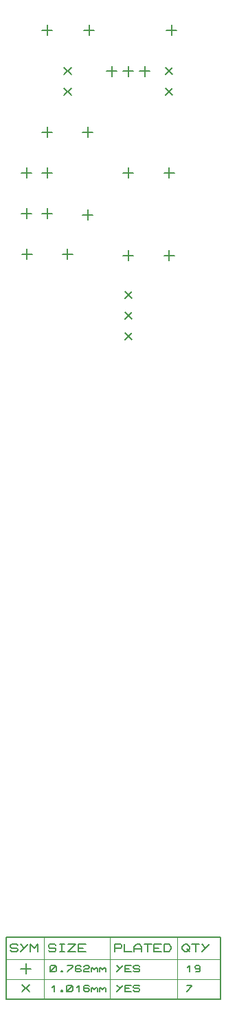
<source format=gbr>
G04 PROTEUS RS274X GERBER FILE*
%FSLAX45Y45*%
%MOMM*%
G01*
%ADD15C,0.203200*%
%ADD16C,0.127000*%
%ADD17C,0.063500*%
D15*
X-8250000Y+7313500D02*
X-8250000Y+7186500D01*
X-8313500Y+7250000D02*
X-8186500Y+7250000D01*
X-8250000Y+6297500D02*
X-8250000Y+6170500D01*
X-8313500Y+6234000D02*
X-8186500Y+6234000D01*
X-8544901Y+8044901D02*
X-8455099Y+7955099D01*
X-8544901Y+7955099D02*
X-8455099Y+8044901D01*
X-8544901Y+7790901D02*
X-8455099Y+7701099D01*
X-8544901Y+7701099D02*
X-8455099Y+7790901D01*
X-8500000Y+5813500D02*
X-8500000Y+5686500D01*
X-8563500Y+5750000D02*
X-8436500Y+5750000D01*
X-9000000Y+5813500D02*
X-9000000Y+5686500D01*
X-9063500Y+5750000D02*
X-8936500Y+5750000D01*
X-8750000Y+7313500D02*
X-8750000Y+7186500D01*
X-8813500Y+7250000D02*
X-8686500Y+7250000D01*
X-8750000Y+8563500D02*
X-8750000Y+8436500D01*
X-8813500Y+8500000D02*
X-8686500Y+8500000D01*
X-7294901Y+7790901D02*
X-7205099Y+7701099D01*
X-7294901Y+7701099D02*
X-7205099Y+7790901D01*
X-7294901Y+8044901D02*
X-7205099Y+7955099D01*
X-7294901Y+7955099D02*
X-7205099Y+8044901D01*
X-7953200Y+8063500D02*
X-7953200Y+7936500D01*
X-8016700Y+8000000D02*
X-7889700Y+8000000D01*
X-7750000Y+8063500D02*
X-7750000Y+7936500D01*
X-7813500Y+8000000D02*
X-7686500Y+8000000D01*
X-7546800Y+8063500D02*
X-7546800Y+7936500D01*
X-7610300Y+8000000D02*
X-7483300Y+8000000D01*
X-7250000Y+6813500D02*
X-7250000Y+6686500D01*
X-7313500Y+6750000D02*
X-7186500Y+6750000D01*
X-7250000Y+5797500D02*
X-7250000Y+5670500D01*
X-7313500Y+5734000D02*
X-7186500Y+5734000D01*
X-8234000Y+8563500D02*
X-8234000Y+8436500D01*
X-8297500Y+8500000D02*
X-8170500Y+8500000D01*
X-7218000Y+8563500D02*
X-7218000Y+8436500D01*
X-7281500Y+8500000D02*
X-7154500Y+8500000D01*
X-7750000Y+6813500D02*
X-7750000Y+6686500D01*
X-7813500Y+6750000D02*
X-7686500Y+6750000D01*
X-7750000Y+5797500D02*
X-7750000Y+5670500D01*
X-7813500Y+5734000D02*
X-7686500Y+5734000D01*
X-7794901Y+5294901D02*
X-7705099Y+5205099D01*
X-7794901Y+5205099D02*
X-7705099Y+5294901D01*
X-7794901Y+5040901D02*
X-7705099Y+4951099D01*
X-7794901Y+4951099D02*
X-7705099Y+5040901D01*
X-7794901Y+4786901D02*
X-7705099Y+4697099D01*
X-7794901Y+4697099D02*
X-7705099Y+4786901D01*
X-8750000Y+6313500D02*
X-8750000Y+6186500D01*
X-8813500Y+6250000D02*
X-8686500Y+6250000D01*
X-9004000Y+6313500D02*
X-9004000Y+6186500D01*
X-9067500Y+6250000D02*
X-8940500Y+6250000D01*
X-8750000Y+6813500D02*
X-8750000Y+6686500D01*
X-8813500Y+6750000D02*
X-8686500Y+6750000D01*
X-9004000Y+6813500D02*
X-9004000Y+6686500D01*
X-9067500Y+6750000D02*
X-8940500Y+6750000D01*
D16*
X-9260160Y-3403160D02*
X-6616020Y-3403160D01*
X-6616020Y-2641160D01*
X-9260160Y-2641160D01*
X-9260160Y-3403160D01*
D17*
X-8792798Y-2641160D02*
X-8792798Y-3403160D01*
X-7979998Y-2641160D02*
X-7979998Y-3403160D01*
X-7146878Y-2641160D02*
X-7146878Y-3403160D01*
X-9260160Y-2914210D02*
X-6616020Y-2914210D01*
X-9260160Y-3155510D02*
X-6616020Y-3155510D01*
D16*
X-9203010Y-2804990D02*
X-9187770Y-2820230D01*
X-9126810Y-2820230D01*
X-9111570Y-2804990D01*
X-9111570Y-2789750D01*
X-9126810Y-2774510D01*
X-9187770Y-2774510D01*
X-9203010Y-2759270D01*
X-9203010Y-2744030D01*
X-9187770Y-2728790D01*
X-9126810Y-2728790D01*
X-9111570Y-2744030D01*
X-8989650Y-2728790D02*
X-9081090Y-2820230D01*
X-9081090Y-2728790D02*
X-9035370Y-2774510D01*
X-8959170Y-2820230D02*
X-8959170Y-2728790D01*
X-8913450Y-2774510D01*
X-8867730Y-2728790D01*
X-8867730Y-2820230D01*
X-8735650Y-2804990D02*
X-8720410Y-2820230D01*
X-8659450Y-2820230D01*
X-8644210Y-2804990D01*
X-8644210Y-2789750D01*
X-8659450Y-2774510D01*
X-8720410Y-2774510D01*
X-8735650Y-2759270D01*
X-8735650Y-2744030D01*
X-8720410Y-2728790D01*
X-8659450Y-2728790D01*
X-8644210Y-2744030D01*
X-8598490Y-2728790D02*
X-8537530Y-2728790D01*
X-8568010Y-2728790D02*
X-8568010Y-2820230D01*
X-8598490Y-2820230D02*
X-8537530Y-2820230D01*
X-8491810Y-2728790D02*
X-8400370Y-2728790D01*
X-8491810Y-2820230D01*
X-8400370Y-2820230D01*
X-8278450Y-2820230D02*
X-8369890Y-2820230D01*
X-8369890Y-2728790D01*
X-8278450Y-2728790D01*
X-8369890Y-2774510D02*
X-8308930Y-2774510D01*
X-7922850Y-2820230D02*
X-7922850Y-2728790D01*
X-7846650Y-2728790D01*
X-7831410Y-2744030D01*
X-7831410Y-2759270D01*
X-7846650Y-2774510D01*
X-7922850Y-2774510D01*
X-7800930Y-2728790D02*
X-7800930Y-2820230D01*
X-7709490Y-2820230D01*
X-7679010Y-2820230D02*
X-7679010Y-2759270D01*
X-7648530Y-2728790D01*
X-7618050Y-2728790D01*
X-7587570Y-2759270D01*
X-7587570Y-2820230D01*
X-7679010Y-2789750D02*
X-7587570Y-2789750D01*
X-7557090Y-2728790D02*
X-7465650Y-2728790D01*
X-7511370Y-2728790D02*
X-7511370Y-2820230D01*
X-7343730Y-2820230D02*
X-7435170Y-2820230D01*
X-7435170Y-2728790D01*
X-7343730Y-2728790D01*
X-7435170Y-2774510D02*
X-7374210Y-2774510D01*
X-7313250Y-2820230D02*
X-7313250Y-2728790D01*
X-7252290Y-2728790D01*
X-7221810Y-2759270D01*
X-7221810Y-2789750D01*
X-7252290Y-2820230D01*
X-7313250Y-2820230D01*
X-7089730Y-2759270D02*
X-7059250Y-2728790D01*
X-7028770Y-2728790D01*
X-6998290Y-2759270D01*
X-6998290Y-2789750D01*
X-7028770Y-2820230D01*
X-7059250Y-2820230D01*
X-7089730Y-2789750D01*
X-7089730Y-2759270D01*
X-7028770Y-2789750D02*
X-6998290Y-2820230D01*
X-6967810Y-2728790D02*
X-6876370Y-2728790D01*
X-6922090Y-2728790D02*
X-6922090Y-2820230D01*
X-6754450Y-2728790D02*
X-6845890Y-2820230D01*
X-6845890Y-2728790D02*
X-6800170Y-2774510D01*
D15*
X-9013780Y-2965010D02*
X-9013780Y-3092010D01*
X-9077280Y-3028510D02*
X-8950280Y-3028510D01*
D16*
X-8716600Y-3053910D02*
X-8716600Y-3003110D01*
X-8703900Y-2990410D01*
X-8653100Y-2990410D01*
X-8640400Y-3003110D01*
X-8640400Y-3053910D01*
X-8653100Y-3066610D01*
X-8703900Y-3066610D01*
X-8716600Y-3053910D01*
X-8716600Y-3066610D02*
X-8640400Y-2990410D01*
X-8576900Y-3053910D02*
X-8564200Y-3053910D01*
X-8564200Y-3066610D01*
X-8576900Y-3066610D01*
X-8576900Y-3053910D01*
X-8500700Y-2990410D02*
X-8437200Y-2990410D01*
X-8437200Y-3003110D01*
X-8500700Y-3066610D01*
X-8335600Y-3003110D02*
X-8348300Y-2990410D01*
X-8386400Y-2990410D01*
X-8399100Y-3003110D01*
X-8399100Y-3053910D01*
X-8386400Y-3066610D01*
X-8348300Y-3066610D01*
X-8335600Y-3053910D01*
X-8335600Y-3041210D01*
X-8348300Y-3028510D01*
X-8399100Y-3028510D01*
X-8297500Y-3003110D02*
X-8284800Y-2990410D01*
X-8246700Y-2990410D01*
X-8234000Y-3003110D01*
X-8234000Y-3015810D01*
X-8246700Y-3028510D01*
X-8284800Y-3028510D01*
X-8297500Y-3041210D01*
X-8297500Y-3066610D01*
X-8234000Y-3066610D01*
X-8208600Y-3066610D02*
X-8208600Y-3015810D01*
X-8208600Y-3028510D02*
X-8195900Y-3015810D01*
X-8170500Y-3041210D01*
X-8145100Y-3015810D01*
X-8132400Y-3028510D01*
X-8132400Y-3066610D01*
X-8107000Y-3066610D02*
X-8107000Y-3015810D01*
X-8107000Y-3028510D02*
X-8094300Y-3015810D01*
X-8068900Y-3041210D01*
X-8043500Y-3015810D01*
X-8030800Y-3028510D01*
X-8030800Y-3066610D01*
X-7814900Y-2990410D02*
X-7891100Y-3066610D01*
X-7891100Y-2990410D02*
X-7853000Y-3028510D01*
X-7713300Y-3066610D02*
X-7789500Y-3066610D01*
X-7789500Y-2990410D01*
X-7713300Y-2990410D01*
X-7789500Y-3028510D02*
X-7738700Y-3028510D01*
X-7687900Y-3053910D02*
X-7675200Y-3066610D01*
X-7624400Y-3066610D01*
X-7611700Y-3053910D01*
X-7611700Y-3041210D01*
X-7624400Y-3028510D01*
X-7675200Y-3028510D01*
X-7687900Y-3015810D01*
X-7687900Y-3003110D01*
X-7675200Y-2990410D01*
X-7624400Y-2990410D01*
X-7611700Y-3003110D01*
X-7019880Y-3015810D02*
X-6994480Y-2990410D01*
X-6994480Y-3066610D01*
X-6867480Y-3015810D02*
X-6880180Y-3028510D01*
X-6918280Y-3028510D01*
X-6930980Y-3015810D01*
X-6930980Y-3003110D01*
X-6918280Y-2990410D01*
X-6880180Y-2990410D01*
X-6867480Y-3003110D01*
X-6867480Y-3053910D01*
X-6880180Y-3066610D01*
X-6918280Y-3066610D01*
D15*
X-9058681Y-3224909D02*
X-8968879Y-3314711D01*
X-9058681Y-3314711D02*
X-8968879Y-3224909D01*
D16*
X-8691200Y-3257110D02*
X-8665800Y-3231710D01*
X-8665800Y-3307910D01*
X-8576900Y-3295210D02*
X-8564200Y-3295210D01*
X-8564200Y-3307910D01*
X-8576900Y-3307910D01*
X-8576900Y-3295210D01*
X-8513400Y-3295210D02*
X-8513400Y-3244410D01*
X-8500700Y-3231710D01*
X-8449900Y-3231710D01*
X-8437200Y-3244410D01*
X-8437200Y-3295210D01*
X-8449900Y-3307910D01*
X-8500700Y-3307910D01*
X-8513400Y-3295210D01*
X-8513400Y-3307910D02*
X-8437200Y-3231710D01*
X-8386400Y-3257110D02*
X-8361000Y-3231710D01*
X-8361000Y-3307910D01*
X-8234000Y-3244410D02*
X-8246700Y-3231710D01*
X-8284800Y-3231710D01*
X-8297500Y-3244410D01*
X-8297500Y-3295210D01*
X-8284800Y-3307910D01*
X-8246700Y-3307910D01*
X-8234000Y-3295210D01*
X-8234000Y-3282510D01*
X-8246700Y-3269810D01*
X-8297500Y-3269810D01*
X-8208600Y-3307910D02*
X-8208600Y-3257110D01*
X-8208600Y-3269810D02*
X-8195900Y-3257110D01*
X-8170500Y-3282510D01*
X-8145100Y-3257110D01*
X-8132400Y-3269810D01*
X-8132400Y-3307910D01*
X-8107000Y-3307910D02*
X-8107000Y-3257110D01*
X-8107000Y-3269810D02*
X-8094300Y-3257110D01*
X-8068900Y-3282510D01*
X-8043500Y-3257110D01*
X-8030800Y-3269810D01*
X-8030800Y-3307910D01*
X-7814900Y-3231710D02*
X-7891100Y-3307910D01*
X-7891100Y-3231710D02*
X-7853000Y-3269810D01*
X-7713300Y-3307910D02*
X-7789500Y-3307910D01*
X-7789500Y-3231710D01*
X-7713300Y-3231710D01*
X-7789500Y-3269810D02*
X-7738700Y-3269810D01*
X-7687900Y-3295210D02*
X-7675200Y-3307910D01*
X-7624400Y-3307910D01*
X-7611700Y-3295210D01*
X-7611700Y-3282510D01*
X-7624400Y-3269810D01*
X-7675200Y-3269810D01*
X-7687900Y-3257110D01*
X-7687900Y-3244410D01*
X-7675200Y-3231710D01*
X-7624400Y-3231710D01*
X-7611700Y-3244410D01*
X-7032580Y-3231710D02*
X-6969080Y-3231710D01*
X-6969080Y-3244410D01*
X-7032580Y-3307910D01*
M02*

</source>
